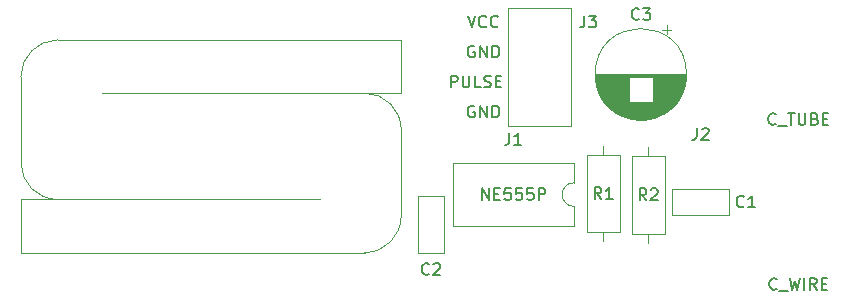
<source format=gbr>
G04 #@! TF.GenerationSoftware,KiCad,Pcbnew,5.1.5+dfsg1-2build2*
G04 #@! TF.CreationDate,2022-07-20T01:20:36+02:00*
G04 #@! TF.ProjectId,CapacitiveSensor,43617061-6369-4746-9976-6553656e736f,rev?*
G04 #@! TF.SameCoordinates,Original*
G04 #@! TF.FileFunction,Legend,Top*
G04 #@! TF.FilePolarity,Positive*
%FSLAX46Y46*%
G04 Gerber Fmt 4.6, Leading zero omitted, Abs format (unit mm)*
G04 Created by KiCad (PCBNEW 5.1.5+dfsg1-2build2) date 2022-07-20 01:20:36*
%MOMM*%
%LPD*%
G04 APERTURE LIST*
%ADD10C,0.150000*%
%ADD11C,0.120000*%
G04 APERTURE END LIST*
D10*
X83161428Y-59412142D02*
X83113809Y-59459761D01*
X82970952Y-59507380D01*
X82875714Y-59507380D01*
X82732857Y-59459761D01*
X82637619Y-59364523D01*
X82590000Y-59269285D01*
X82542380Y-59078809D01*
X82542380Y-58935952D01*
X82590000Y-58745476D01*
X82637619Y-58650238D01*
X82732857Y-58555000D01*
X82875714Y-58507380D01*
X82970952Y-58507380D01*
X83113809Y-58555000D01*
X83161428Y-58602619D01*
X83351904Y-59602619D02*
X84113809Y-59602619D01*
X84209047Y-58507380D02*
X84780476Y-58507380D01*
X84494761Y-59507380D02*
X84494761Y-58507380D01*
X85113809Y-58507380D02*
X85113809Y-59316904D01*
X85161428Y-59412142D01*
X85209047Y-59459761D01*
X85304285Y-59507380D01*
X85494761Y-59507380D01*
X85590000Y-59459761D01*
X85637619Y-59412142D01*
X85685238Y-59316904D01*
X85685238Y-58507380D01*
X86494761Y-58983571D02*
X86637619Y-59031190D01*
X86685238Y-59078809D01*
X86732857Y-59174047D01*
X86732857Y-59316904D01*
X86685238Y-59412142D01*
X86637619Y-59459761D01*
X86542380Y-59507380D01*
X86161428Y-59507380D01*
X86161428Y-58507380D01*
X86494761Y-58507380D01*
X86590000Y-58555000D01*
X86637619Y-58602619D01*
X86685238Y-58697857D01*
X86685238Y-58793095D01*
X86637619Y-58888333D01*
X86590000Y-58935952D01*
X86494761Y-58983571D01*
X86161428Y-58983571D01*
X87161428Y-58983571D02*
X87494761Y-58983571D01*
X87637619Y-59507380D02*
X87161428Y-59507380D01*
X87161428Y-58507380D01*
X87637619Y-58507380D01*
X83256666Y-73382142D02*
X83209047Y-73429761D01*
X83066190Y-73477380D01*
X82970952Y-73477380D01*
X82828095Y-73429761D01*
X82732857Y-73334523D01*
X82685238Y-73239285D01*
X82637619Y-73048809D01*
X82637619Y-72905952D01*
X82685238Y-72715476D01*
X82732857Y-72620238D01*
X82828095Y-72525000D01*
X82970952Y-72477380D01*
X83066190Y-72477380D01*
X83209047Y-72525000D01*
X83256666Y-72572619D01*
X83447142Y-73572619D02*
X84209047Y-73572619D01*
X84351904Y-72477380D02*
X84590000Y-73477380D01*
X84780476Y-72763095D01*
X84970952Y-73477380D01*
X85209047Y-72477380D01*
X85590000Y-73477380D02*
X85590000Y-72477380D01*
X86637619Y-73477380D02*
X86304285Y-73001190D01*
X86066190Y-73477380D02*
X86066190Y-72477380D01*
X86447142Y-72477380D01*
X86542380Y-72525000D01*
X86590000Y-72572619D01*
X86637619Y-72667857D01*
X86637619Y-72810714D01*
X86590000Y-72905952D01*
X86542380Y-72953571D01*
X86447142Y-73001190D01*
X86066190Y-73001190D01*
X87066190Y-72953571D02*
X87399523Y-72953571D01*
X87542380Y-73477380D02*
X87066190Y-73477380D01*
X87066190Y-72477380D01*
X87542380Y-72477380D01*
X57658095Y-57920000D02*
X57562857Y-57872380D01*
X57420000Y-57872380D01*
X57277142Y-57920000D01*
X57181904Y-58015238D01*
X57134285Y-58110476D01*
X57086666Y-58300952D01*
X57086666Y-58443809D01*
X57134285Y-58634285D01*
X57181904Y-58729523D01*
X57277142Y-58824761D01*
X57420000Y-58872380D01*
X57515238Y-58872380D01*
X57658095Y-58824761D01*
X57705714Y-58777142D01*
X57705714Y-58443809D01*
X57515238Y-58443809D01*
X58134285Y-58872380D02*
X58134285Y-57872380D01*
X58705714Y-58872380D01*
X58705714Y-57872380D01*
X59181904Y-58872380D02*
X59181904Y-57872380D01*
X59420000Y-57872380D01*
X59562857Y-57920000D01*
X59658095Y-58015238D01*
X59705714Y-58110476D01*
X59753333Y-58300952D01*
X59753333Y-58443809D01*
X59705714Y-58634285D01*
X59658095Y-58729523D01*
X59562857Y-58824761D01*
X59420000Y-58872380D01*
X59181904Y-58872380D01*
X55665952Y-56332380D02*
X55665952Y-55332380D01*
X56046904Y-55332380D01*
X56142142Y-55380000D01*
X56189761Y-55427619D01*
X56237380Y-55522857D01*
X56237380Y-55665714D01*
X56189761Y-55760952D01*
X56142142Y-55808571D01*
X56046904Y-55856190D01*
X55665952Y-55856190D01*
X56665952Y-55332380D02*
X56665952Y-56141904D01*
X56713571Y-56237142D01*
X56761190Y-56284761D01*
X56856428Y-56332380D01*
X57046904Y-56332380D01*
X57142142Y-56284761D01*
X57189761Y-56237142D01*
X57237380Y-56141904D01*
X57237380Y-55332380D01*
X58189761Y-56332380D02*
X57713571Y-56332380D01*
X57713571Y-55332380D01*
X58475476Y-56284761D02*
X58618333Y-56332380D01*
X58856428Y-56332380D01*
X58951666Y-56284761D01*
X58999285Y-56237142D01*
X59046904Y-56141904D01*
X59046904Y-56046666D01*
X58999285Y-55951428D01*
X58951666Y-55903809D01*
X58856428Y-55856190D01*
X58665952Y-55808571D01*
X58570714Y-55760952D01*
X58523095Y-55713333D01*
X58475476Y-55618095D01*
X58475476Y-55522857D01*
X58523095Y-55427619D01*
X58570714Y-55380000D01*
X58665952Y-55332380D01*
X58904047Y-55332380D01*
X59046904Y-55380000D01*
X59475476Y-55808571D02*
X59808809Y-55808571D01*
X59951666Y-56332380D02*
X59475476Y-56332380D01*
X59475476Y-55332380D01*
X59951666Y-55332380D01*
X57658095Y-52840000D02*
X57562857Y-52792380D01*
X57420000Y-52792380D01*
X57277142Y-52840000D01*
X57181904Y-52935238D01*
X57134285Y-53030476D01*
X57086666Y-53220952D01*
X57086666Y-53363809D01*
X57134285Y-53554285D01*
X57181904Y-53649523D01*
X57277142Y-53744761D01*
X57420000Y-53792380D01*
X57515238Y-53792380D01*
X57658095Y-53744761D01*
X57705714Y-53697142D01*
X57705714Y-53363809D01*
X57515238Y-53363809D01*
X58134285Y-53792380D02*
X58134285Y-52792380D01*
X58705714Y-53792380D01*
X58705714Y-52792380D01*
X59181904Y-53792380D02*
X59181904Y-52792380D01*
X59420000Y-52792380D01*
X59562857Y-52840000D01*
X59658095Y-52935238D01*
X59705714Y-53030476D01*
X59753333Y-53220952D01*
X59753333Y-53363809D01*
X59705714Y-53554285D01*
X59658095Y-53649523D01*
X59562857Y-53744761D01*
X59420000Y-53792380D01*
X59181904Y-53792380D01*
X57086666Y-50252380D02*
X57420000Y-51252380D01*
X57753333Y-50252380D01*
X58658095Y-51157142D02*
X58610476Y-51204761D01*
X58467619Y-51252380D01*
X58372380Y-51252380D01*
X58229523Y-51204761D01*
X58134285Y-51109523D01*
X58086666Y-51014285D01*
X58039047Y-50823809D01*
X58039047Y-50680952D01*
X58086666Y-50490476D01*
X58134285Y-50395238D01*
X58229523Y-50300000D01*
X58372380Y-50252380D01*
X58467619Y-50252380D01*
X58610476Y-50300000D01*
X58658095Y-50347619D01*
X59658095Y-51157142D02*
X59610476Y-51204761D01*
X59467619Y-51252380D01*
X59372380Y-51252380D01*
X59229523Y-51204761D01*
X59134285Y-51109523D01*
X59086666Y-51014285D01*
X59039047Y-50823809D01*
X59039047Y-50680952D01*
X59086666Y-50490476D01*
X59134285Y-50395238D01*
X59229523Y-50300000D01*
X59372380Y-50252380D01*
X59467619Y-50252380D01*
X59610476Y-50300000D01*
X59658095Y-50347619D01*
D11*
X51470000Y-52320000D02*
X22370000Y-52320000D01*
X19270000Y-62720000D02*
X19270000Y-55420000D01*
X19270000Y-69720000D02*
X19270000Y-65820000D01*
X51470000Y-67220000D02*
X51470000Y-59920000D01*
X48370000Y-70320000D02*
X19270000Y-70320000D01*
X51470000Y-56820000D02*
X26170000Y-56820000D01*
X19270000Y-65820000D02*
X44570000Y-65820000D01*
X19270000Y-55420000D02*
G75*
G02X22370000Y-52320000I3100000J0D01*
G01*
X51470000Y-67220000D02*
G75*
G02X48370000Y-70320000I-3100000J0D01*
G01*
X22370000Y-65820000D02*
G75*
G02X19270000Y-62720000I0J3100000D01*
G01*
X48370000Y-56820000D02*
G75*
G02X51470000Y-59920000I0J-3100000D01*
G01*
X19270000Y-69720000D02*
X19270000Y-69920000D01*
X19270000Y-70320000D02*
X19270000Y-69720000D01*
X51470000Y-52820000D02*
X51470000Y-52320000D01*
X51470000Y-56820000D02*
X44470000Y-56820000D01*
X19270000Y-65820000D02*
X26270000Y-65820000D01*
X51470000Y-56820000D02*
X44470000Y-56820000D01*
X51470000Y-56820000D02*
X48170000Y-56820000D01*
X51470000Y-52820000D02*
X51470000Y-56820000D01*
X65870000Y-49620000D02*
X65870000Y-59620000D01*
X60470000Y-49620000D02*
X65870000Y-49620000D01*
X60470000Y-59620000D02*
X60470000Y-49620000D01*
X60670000Y-59620000D02*
X60470000Y-59620000D01*
X65870000Y-59620000D02*
X60670000Y-59620000D01*
X65870000Y-56920000D02*
X65870000Y-52220000D01*
X66100000Y-66405000D02*
G75*
G02X66100000Y-64405000I0J1000000D01*
G01*
X66100000Y-64405000D02*
X66100000Y-62755000D01*
X66100000Y-62755000D02*
X55820000Y-62755000D01*
X55820000Y-62755000D02*
X55820000Y-68055000D01*
X55820000Y-68055000D02*
X66100000Y-68055000D01*
X66100000Y-68055000D02*
X66100000Y-66405000D01*
X52855000Y-70385000D02*
X52855000Y-65545000D01*
X55095000Y-70385000D02*
X55095000Y-65545000D01*
X52855000Y-70385000D02*
X55095000Y-70385000D01*
X52855000Y-65545000D02*
X55095000Y-65545000D01*
X79235000Y-67160000D02*
X74395000Y-67160000D01*
X79235000Y-64920000D02*
X74395000Y-64920000D01*
X79235000Y-67160000D02*
X79235000Y-64920000D01*
X74395000Y-67160000D02*
X74395000Y-64920000D01*
X72390000Y-69480000D02*
X72390000Y-68710000D01*
X72390000Y-61400000D02*
X72390000Y-62170000D01*
X73760000Y-68710000D02*
X73760000Y-62170000D01*
X71020000Y-68710000D02*
X73760000Y-68710000D01*
X71020000Y-62170000D02*
X71020000Y-68710000D01*
X73760000Y-62170000D02*
X71020000Y-62170000D01*
X68580000Y-69370000D02*
X68580000Y-68600000D01*
X68580000Y-61290000D02*
X68580000Y-62060000D01*
X69950000Y-68600000D02*
X69950000Y-62060000D01*
X67210000Y-68600000D02*
X69950000Y-68600000D01*
X67210000Y-62060000D02*
X67210000Y-68600000D01*
X69950000Y-62060000D02*
X67210000Y-62060000D01*
X74305000Y-51457789D02*
X73555000Y-51457789D01*
X73930000Y-51082789D02*
X73930000Y-51832789D01*
X72196000Y-59066000D02*
X71314000Y-59066000D01*
X72448000Y-59026000D02*
X71062000Y-59026000D01*
X72632000Y-58986000D02*
X70878000Y-58986000D01*
X72783000Y-58946000D02*
X70727000Y-58946000D01*
X72913000Y-58906000D02*
X70597000Y-58906000D01*
X73030000Y-58866000D02*
X70480000Y-58866000D01*
X73136000Y-58826000D02*
X70374000Y-58826000D01*
X73233000Y-58786000D02*
X70277000Y-58786000D01*
X73324000Y-58746000D02*
X70186000Y-58746000D01*
X73409000Y-58706000D02*
X70101000Y-58706000D01*
X73488000Y-58666000D02*
X70022000Y-58666000D01*
X73564000Y-58626000D02*
X69946000Y-58626000D01*
X73636000Y-58586000D02*
X69874000Y-58586000D01*
X73704000Y-58546000D02*
X69806000Y-58546000D01*
X73769000Y-58506000D02*
X69741000Y-58506000D01*
X73832000Y-58466000D02*
X69678000Y-58466000D01*
X73892000Y-58426000D02*
X69618000Y-58426000D01*
X73950000Y-58386000D02*
X69560000Y-58386000D01*
X74005000Y-58346000D02*
X69505000Y-58346000D01*
X74059000Y-58306000D02*
X69451000Y-58306000D01*
X74110000Y-58266000D02*
X69400000Y-58266000D01*
X74160000Y-58226000D02*
X69350000Y-58226000D01*
X74209000Y-58186000D02*
X69301000Y-58186000D01*
X74255000Y-58146000D02*
X69255000Y-58146000D01*
X74301000Y-58106000D02*
X69209000Y-58106000D01*
X74344000Y-58066000D02*
X69166000Y-58066000D01*
X74387000Y-58026000D02*
X69123000Y-58026000D01*
X74428000Y-57986000D02*
X69082000Y-57986000D01*
X74468000Y-57946000D02*
X69042000Y-57946000D01*
X74507000Y-57906000D02*
X69003000Y-57906000D01*
X74545000Y-57866000D02*
X68965000Y-57866000D01*
X74582000Y-57826000D02*
X68928000Y-57826000D01*
X74618000Y-57786000D02*
X68892000Y-57786000D01*
X74653000Y-57746000D02*
X68857000Y-57746000D01*
X74686000Y-57706000D02*
X68824000Y-57706000D01*
X74719000Y-57666000D02*
X68791000Y-57666000D01*
X74751000Y-57626000D02*
X68759000Y-57626000D01*
X74783000Y-57586000D02*
X68727000Y-57586000D01*
X74813000Y-57546000D02*
X68697000Y-57546000D01*
X70715000Y-57506000D02*
X68667000Y-57506000D01*
X74843000Y-57506000D02*
X72795000Y-57506000D01*
X70715000Y-57466000D02*
X68639000Y-57466000D01*
X74871000Y-57466000D02*
X72795000Y-57466000D01*
X70715000Y-57426000D02*
X68611000Y-57426000D01*
X74899000Y-57426000D02*
X72795000Y-57426000D01*
X70715000Y-57386000D02*
X68583000Y-57386000D01*
X74927000Y-57386000D02*
X72795000Y-57386000D01*
X70715000Y-57346000D02*
X68557000Y-57346000D01*
X74953000Y-57346000D02*
X72795000Y-57346000D01*
X70715000Y-57306000D02*
X68531000Y-57306000D01*
X74979000Y-57306000D02*
X72795000Y-57306000D01*
X70715000Y-57266000D02*
X68506000Y-57266000D01*
X75004000Y-57266000D02*
X72795000Y-57266000D01*
X70715000Y-57226000D02*
X68481000Y-57226000D01*
X75029000Y-57226000D02*
X72795000Y-57226000D01*
X70715000Y-57186000D02*
X68458000Y-57186000D01*
X75052000Y-57186000D02*
X72795000Y-57186000D01*
X70715000Y-57146000D02*
X68434000Y-57146000D01*
X75076000Y-57146000D02*
X72795000Y-57146000D01*
X70715000Y-57106000D02*
X68412000Y-57106000D01*
X75098000Y-57106000D02*
X72795000Y-57106000D01*
X70715000Y-57066000D02*
X68390000Y-57066000D01*
X75120000Y-57066000D02*
X72795000Y-57066000D01*
X70715000Y-57026000D02*
X68369000Y-57026000D01*
X75141000Y-57026000D02*
X72795000Y-57026000D01*
X70715000Y-56986000D02*
X68348000Y-56986000D01*
X75162000Y-56986000D02*
X72795000Y-56986000D01*
X70715000Y-56946000D02*
X68328000Y-56946000D01*
X75182000Y-56946000D02*
X72795000Y-56946000D01*
X70715000Y-56906000D02*
X68308000Y-56906000D01*
X75202000Y-56906000D02*
X72795000Y-56906000D01*
X70715000Y-56866000D02*
X68289000Y-56866000D01*
X75221000Y-56866000D02*
X72795000Y-56866000D01*
X70715000Y-56826000D02*
X68271000Y-56826000D01*
X75239000Y-56826000D02*
X72795000Y-56826000D01*
X70715000Y-56786000D02*
X68253000Y-56786000D01*
X75257000Y-56786000D02*
X72795000Y-56786000D01*
X70715000Y-56746000D02*
X68235000Y-56746000D01*
X75275000Y-56746000D02*
X72795000Y-56746000D01*
X70715000Y-56706000D02*
X68219000Y-56706000D01*
X75291000Y-56706000D02*
X72795000Y-56706000D01*
X70715000Y-56666000D02*
X68202000Y-56666000D01*
X75308000Y-56666000D02*
X72795000Y-56666000D01*
X70715000Y-56626000D02*
X68187000Y-56626000D01*
X75323000Y-56626000D02*
X72795000Y-56626000D01*
X70715000Y-56586000D02*
X68171000Y-56586000D01*
X75339000Y-56586000D02*
X72795000Y-56586000D01*
X70715000Y-56546000D02*
X68157000Y-56546000D01*
X75353000Y-56546000D02*
X72795000Y-56546000D01*
X70715000Y-56506000D02*
X68142000Y-56506000D01*
X75368000Y-56506000D02*
X72795000Y-56506000D01*
X70715000Y-56466000D02*
X68129000Y-56466000D01*
X75381000Y-56466000D02*
X72795000Y-56466000D01*
X70715000Y-56426000D02*
X68115000Y-56426000D01*
X75395000Y-56426000D02*
X72795000Y-56426000D01*
X70715000Y-56386000D02*
X68102000Y-56386000D01*
X75408000Y-56386000D02*
X72795000Y-56386000D01*
X70715000Y-56346000D02*
X68090000Y-56346000D01*
X75420000Y-56346000D02*
X72795000Y-56346000D01*
X70715000Y-56306000D02*
X68078000Y-56306000D01*
X75432000Y-56306000D02*
X72795000Y-56306000D01*
X70715000Y-56266000D02*
X68067000Y-56266000D01*
X75443000Y-56266000D02*
X72795000Y-56266000D01*
X70715000Y-56226000D02*
X68056000Y-56226000D01*
X75454000Y-56226000D02*
X72795000Y-56226000D01*
X70715000Y-56186000D02*
X68045000Y-56186000D01*
X75465000Y-56186000D02*
X72795000Y-56186000D01*
X70715000Y-56146000D02*
X68035000Y-56146000D01*
X75475000Y-56146000D02*
X72795000Y-56146000D01*
X70715000Y-56106000D02*
X68026000Y-56106000D01*
X75484000Y-56106000D02*
X72795000Y-56106000D01*
X70715000Y-56066000D02*
X68017000Y-56066000D01*
X75493000Y-56066000D02*
X72795000Y-56066000D01*
X70715000Y-56026000D02*
X68008000Y-56026000D01*
X75502000Y-56026000D02*
X72795000Y-56026000D01*
X70715000Y-55986000D02*
X68000000Y-55986000D01*
X75510000Y-55986000D02*
X72795000Y-55986000D01*
X70715000Y-55946000D02*
X67992000Y-55946000D01*
X75518000Y-55946000D02*
X72795000Y-55946000D01*
X70715000Y-55905000D02*
X67985000Y-55905000D01*
X75525000Y-55905000D02*
X72795000Y-55905000D01*
X70715000Y-55865000D02*
X67978000Y-55865000D01*
X75532000Y-55865000D02*
X72795000Y-55865000D01*
X70715000Y-55825000D02*
X67971000Y-55825000D01*
X75539000Y-55825000D02*
X72795000Y-55825000D01*
X70715000Y-55785000D02*
X67965000Y-55785000D01*
X75545000Y-55785000D02*
X72795000Y-55785000D01*
X70715000Y-55745000D02*
X67960000Y-55745000D01*
X75550000Y-55745000D02*
X72795000Y-55745000D01*
X70715000Y-55705000D02*
X67954000Y-55705000D01*
X75556000Y-55705000D02*
X72795000Y-55705000D01*
X70715000Y-55665000D02*
X67950000Y-55665000D01*
X75560000Y-55665000D02*
X72795000Y-55665000D01*
X70715000Y-55625000D02*
X67945000Y-55625000D01*
X75565000Y-55625000D02*
X72795000Y-55625000D01*
X70715000Y-55585000D02*
X67941000Y-55585000D01*
X75569000Y-55585000D02*
X72795000Y-55585000D01*
X70715000Y-55545000D02*
X67938000Y-55545000D01*
X75572000Y-55545000D02*
X72795000Y-55545000D01*
X70715000Y-55505000D02*
X67935000Y-55505000D01*
X75575000Y-55505000D02*
X72795000Y-55505000D01*
X70715000Y-55465000D02*
X67932000Y-55465000D01*
X75578000Y-55465000D02*
X72795000Y-55465000D01*
X75580000Y-55425000D02*
X67930000Y-55425000D01*
X75582000Y-55385000D02*
X67928000Y-55385000D01*
X75584000Y-55345000D02*
X67926000Y-55345000D01*
X75585000Y-55305000D02*
X67925000Y-55305000D01*
X75585000Y-55265000D02*
X67925000Y-55265000D01*
X75585000Y-55225000D02*
X67925000Y-55225000D01*
X75625000Y-55225000D02*
G75*
G03X75625000Y-55225000I-3870000J0D01*
G01*
D10*
X76501666Y-59777380D02*
X76501666Y-60491666D01*
X76454047Y-60634523D01*
X76358809Y-60729761D01*
X76215952Y-60777380D01*
X76120714Y-60777380D01*
X76930238Y-59872619D02*
X76977857Y-59825000D01*
X77073095Y-59777380D01*
X77311190Y-59777380D01*
X77406428Y-59825000D01*
X77454047Y-59872619D01*
X77501666Y-59967857D01*
X77501666Y-60063095D01*
X77454047Y-60205952D01*
X76882619Y-60777380D01*
X77501666Y-60777380D01*
X66976666Y-50252380D02*
X66976666Y-50966666D01*
X66929047Y-51109523D01*
X66833809Y-51204761D01*
X66690952Y-51252380D01*
X66595714Y-51252380D01*
X67357619Y-50252380D02*
X67976666Y-50252380D01*
X67643333Y-50633333D01*
X67786190Y-50633333D01*
X67881428Y-50680952D01*
X67929047Y-50728571D01*
X67976666Y-50823809D01*
X67976666Y-51061904D01*
X67929047Y-51157142D01*
X67881428Y-51204761D01*
X67786190Y-51252380D01*
X67500476Y-51252380D01*
X67405238Y-51204761D01*
X67357619Y-51157142D01*
X58293333Y-65857380D02*
X58293333Y-64857380D01*
X58864761Y-65857380D01*
X58864761Y-64857380D01*
X59340952Y-65333571D02*
X59674285Y-65333571D01*
X59817142Y-65857380D02*
X59340952Y-65857380D01*
X59340952Y-64857380D01*
X59817142Y-64857380D01*
X60721904Y-64857380D02*
X60245714Y-64857380D01*
X60198095Y-65333571D01*
X60245714Y-65285952D01*
X60340952Y-65238333D01*
X60579047Y-65238333D01*
X60674285Y-65285952D01*
X60721904Y-65333571D01*
X60769523Y-65428809D01*
X60769523Y-65666904D01*
X60721904Y-65762142D01*
X60674285Y-65809761D01*
X60579047Y-65857380D01*
X60340952Y-65857380D01*
X60245714Y-65809761D01*
X60198095Y-65762142D01*
X61674285Y-64857380D02*
X61198095Y-64857380D01*
X61150476Y-65333571D01*
X61198095Y-65285952D01*
X61293333Y-65238333D01*
X61531428Y-65238333D01*
X61626666Y-65285952D01*
X61674285Y-65333571D01*
X61721904Y-65428809D01*
X61721904Y-65666904D01*
X61674285Y-65762142D01*
X61626666Y-65809761D01*
X61531428Y-65857380D01*
X61293333Y-65857380D01*
X61198095Y-65809761D01*
X61150476Y-65762142D01*
X62626666Y-64857380D02*
X62150476Y-64857380D01*
X62102857Y-65333571D01*
X62150476Y-65285952D01*
X62245714Y-65238333D01*
X62483809Y-65238333D01*
X62579047Y-65285952D01*
X62626666Y-65333571D01*
X62674285Y-65428809D01*
X62674285Y-65666904D01*
X62626666Y-65762142D01*
X62579047Y-65809761D01*
X62483809Y-65857380D01*
X62245714Y-65857380D01*
X62150476Y-65809761D01*
X62102857Y-65762142D01*
X63102857Y-65857380D02*
X63102857Y-64857380D01*
X63483809Y-64857380D01*
X63579047Y-64905000D01*
X63626666Y-64952619D01*
X63674285Y-65047857D01*
X63674285Y-65190714D01*
X63626666Y-65285952D01*
X63579047Y-65333571D01*
X63483809Y-65381190D01*
X63102857Y-65381190D01*
X53808333Y-72112142D02*
X53760714Y-72159761D01*
X53617857Y-72207380D01*
X53522619Y-72207380D01*
X53379761Y-72159761D01*
X53284523Y-72064523D01*
X53236904Y-71969285D01*
X53189285Y-71778809D01*
X53189285Y-71635952D01*
X53236904Y-71445476D01*
X53284523Y-71350238D01*
X53379761Y-71255000D01*
X53522619Y-71207380D01*
X53617857Y-71207380D01*
X53760714Y-71255000D01*
X53808333Y-71302619D01*
X54189285Y-71302619D02*
X54236904Y-71255000D01*
X54332142Y-71207380D01*
X54570238Y-71207380D01*
X54665476Y-71255000D01*
X54713095Y-71302619D01*
X54760714Y-71397857D01*
X54760714Y-71493095D01*
X54713095Y-71635952D01*
X54141666Y-72207380D01*
X54760714Y-72207380D01*
X80478333Y-66397142D02*
X80430714Y-66444761D01*
X80287857Y-66492380D01*
X80192619Y-66492380D01*
X80049761Y-66444761D01*
X79954523Y-66349523D01*
X79906904Y-66254285D01*
X79859285Y-66063809D01*
X79859285Y-65920952D01*
X79906904Y-65730476D01*
X79954523Y-65635238D01*
X80049761Y-65540000D01*
X80192619Y-65492380D01*
X80287857Y-65492380D01*
X80430714Y-65540000D01*
X80478333Y-65587619D01*
X81430714Y-66492380D02*
X80859285Y-66492380D01*
X81145000Y-66492380D02*
X81145000Y-65492380D01*
X81049761Y-65635238D01*
X80954523Y-65730476D01*
X80859285Y-65778095D01*
X60626666Y-60202380D02*
X60626666Y-60916666D01*
X60579047Y-61059523D01*
X60483809Y-61154761D01*
X60340952Y-61202380D01*
X60245714Y-61202380D01*
X61626666Y-61202380D02*
X61055238Y-61202380D01*
X61340952Y-61202380D02*
X61340952Y-60202380D01*
X61245714Y-60345238D01*
X61150476Y-60440476D01*
X61055238Y-60488095D01*
X72223333Y-65892380D02*
X71890000Y-65416190D01*
X71651904Y-65892380D02*
X71651904Y-64892380D01*
X72032857Y-64892380D01*
X72128095Y-64940000D01*
X72175714Y-64987619D01*
X72223333Y-65082857D01*
X72223333Y-65225714D01*
X72175714Y-65320952D01*
X72128095Y-65368571D01*
X72032857Y-65416190D01*
X71651904Y-65416190D01*
X72604285Y-64987619D02*
X72651904Y-64940000D01*
X72747142Y-64892380D01*
X72985238Y-64892380D01*
X73080476Y-64940000D01*
X73128095Y-64987619D01*
X73175714Y-65082857D01*
X73175714Y-65178095D01*
X73128095Y-65320952D01*
X72556666Y-65892380D01*
X73175714Y-65892380D01*
X68413333Y-65782380D02*
X68080000Y-65306190D01*
X67841904Y-65782380D02*
X67841904Y-64782380D01*
X68222857Y-64782380D01*
X68318095Y-64830000D01*
X68365714Y-64877619D01*
X68413333Y-64972857D01*
X68413333Y-65115714D01*
X68365714Y-65210952D01*
X68318095Y-65258571D01*
X68222857Y-65306190D01*
X67841904Y-65306190D01*
X69365714Y-65782380D02*
X68794285Y-65782380D01*
X69080000Y-65782380D02*
X69080000Y-64782380D01*
X68984761Y-64925238D01*
X68889523Y-65020476D01*
X68794285Y-65068095D01*
X71588333Y-50522142D02*
X71540714Y-50569761D01*
X71397857Y-50617380D01*
X71302619Y-50617380D01*
X71159761Y-50569761D01*
X71064523Y-50474523D01*
X71016904Y-50379285D01*
X70969285Y-50188809D01*
X70969285Y-50045952D01*
X71016904Y-49855476D01*
X71064523Y-49760238D01*
X71159761Y-49665000D01*
X71302619Y-49617380D01*
X71397857Y-49617380D01*
X71540714Y-49665000D01*
X71588333Y-49712619D01*
X71921666Y-49617380D02*
X72540714Y-49617380D01*
X72207380Y-49998333D01*
X72350238Y-49998333D01*
X72445476Y-50045952D01*
X72493095Y-50093571D01*
X72540714Y-50188809D01*
X72540714Y-50426904D01*
X72493095Y-50522142D01*
X72445476Y-50569761D01*
X72350238Y-50617380D01*
X72064523Y-50617380D01*
X71969285Y-50569761D01*
X71921666Y-50522142D01*
M02*

</source>
